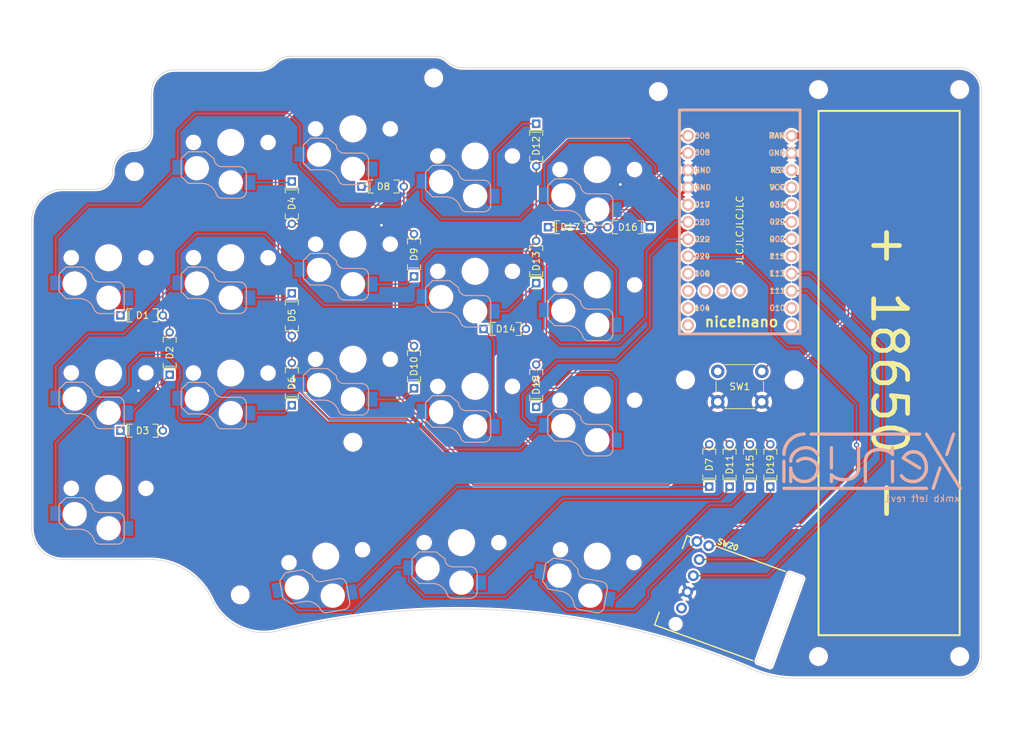
<source format=kicad_pcb>
(kicad_pcb (version 20211014) (generator pcbnew)

  (general
    (thickness 1.6)
  )

  (paper "A4")
  (layers
    (0 "F.Cu" signal)
    (31 "B.Cu" signal)
    (32 "B.Adhes" user "B.Adhesive")
    (33 "F.Adhes" user "F.Adhesive")
    (34 "B.Paste" user)
    (35 "F.Paste" user)
    (36 "B.SilkS" user "B.Silkscreen")
    (37 "F.SilkS" user "F.Silkscreen")
    (38 "B.Mask" user)
    (39 "F.Mask" user)
    (40 "Dwgs.User" user "User.Drawings")
    (41 "Cmts.User" user "User.Comments")
    (42 "Eco1.User" user "User.Eco1")
    (43 "Eco2.User" user "User.Eco2")
    (44 "Edge.Cuts" user)
    (45 "Margin" user)
    (46 "B.CrtYd" user "B.Courtyard")
    (47 "F.CrtYd" user "F.Courtyard")
    (48 "B.Fab" user)
    (49 "F.Fab" user)
    (50 "User.1" user)
    (51 "User.2" user)
    (52 "User.3" user)
    (53 "User.4" user)
    (54 "User.5" user)
    (55 "User.6" user)
    (56 "User.7" user)
    (57 "User.8" user)
    (58 "User.9" user)
  )

  (setup
    (stackup
      (layer "F.SilkS" (type "Top Silk Screen"))
      (layer "F.Paste" (type "Top Solder Paste"))
      (layer "F.Mask" (type "Top Solder Mask") (thickness 0.01))
      (layer "F.Cu" (type "copper") (thickness 0.035))
      (layer "dielectric 1" (type "core") (thickness 1.51) (material "FR4") (epsilon_r 4.5) (loss_tangent 0.02))
      (layer "B.Cu" (type "copper") (thickness 0.035))
      (layer "B.Mask" (type "Bottom Solder Mask") (thickness 0.01))
      (layer "B.Paste" (type "Bottom Solder Paste"))
      (layer "B.SilkS" (type "Bottom Silk Screen"))
      (copper_finish "None")
      (dielectric_constraints no)
    )
    (pad_to_mask_clearance 0)
    (pcbplotparams
      (layerselection 0x00010fc_ffffffff)
      (disableapertmacros false)
      (usegerberextensions false)
      (usegerberattributes true)
      (usegerberadvancedattributes true)
      (creategerberjobfile true)
      (svguseinch false)
      (svgprecision 6)
      (excludeedgelayer true)
      (plotframeref false)
      (viasonmask false)
      (mode 1)
      (useauxorigin false)
      (hpglpennumber 1)
      (hpglpenspeed 20)
      (hpglpendiameter 15.000000)
      (dxfpolygonmode true)
      (dxfimperialunits true)
      (dxfusepcbnewfont true)
      (psnegative false)
      (psa4output false)
      (plotreference true)
      (plotvalue true)
      (plotinvisibletext false)
      (sketchpadsonfab false)
      (subtractmaskfromsilk false)
      (outputformat 1)
      (mirror false)
      (drillshape 1)
      (scaleselection 1)
      (outputdirectory "")
    )
  )

  (net 0 "")
  (net 1 "Net-(BT1-Pad1)")
  (net 2 "GND")
  (net 3 "Net-(D1-Pad1)")
  (net 4 "C_PINKY")
  (net 5 "Net-(D2-Pad1)")
  (net 6 "Net-(D3-Pad1)")
  (net 7 "Net-(D4-Pad1)")
  (net 8 "C_RING")
  (net 9 "Net-(D5-Pad1)")
  (net 10 "Net-(D6-Pad1)")
  (net 11 "Net-(D7-Pad1)")
  (net 12 "Net-(D8-Pad1)")
  (net 13 "C_MIDDLE")
  (net 14 "Net-(D9-Pad1)")
  (net 15 "Net-(D10-Pad1)")
  (net 16 "Net-(D11-Pad1)")
  (net 17 "Net-(D12-Pad1)")
  (net 18 "C_INDEX")
  (net 19 "Net-(D13-Pad1)")
  (net 20 "Net-(D14-Pad1)")
  (net 21 "Net-(D15-Pad1)")
  (net 22 "Net-(D16-Pad1)")
  (net 23 "C_INNER")
  (net 24 "Net-(D17-Pad1)")
  (net 25 "Net-(D18-Pad1)")
  (net 26 "/RS2")
  (net 27 "/RST")
  (net 28 "R_TOP")
  (net 29 "R_HOME")
  (net 30 "/RA")
  (net 31 "/RB")
  (net 32 "unconnected-(U1-Pad33)")
  (net 33 "unconnected-(U1-Pad32)")
  (net 34 "unconnected-(U1-Pad31)")
  (net 35 "unconnected-(U1-Pad12)")
  (net 36 "VCC")
  (net 37 "unconnected-(U1-Pad14)")
  (net 38 "unconnected-(U1-Pad13)")
  (net 39 "unconnected-(U1-Pad11)")
  (net 40 "unconnected-(U1-Pad10)")
  (net 41 "R_BOTTOM")
  (net 42 "R_THUMB")
  (net 43 "unconnected-(U1-Pad9)")
  (net 44 "unconnected-(U1-Pad17)")

  (footprint "mbk:Choc-1u" (layer "F.Cu") (at 208 75))

  (footprint "MountingHole:MountingHole_2.2mm_M2" (layer "F.Cu") (at 183.9 61.5))

  (footprint "MountingHole:MountingHole_2.2mm_M2" (layer "F.Cu") (at 221 106))

  (footprint "mbk:Choc-1u" (layer "F.Cu") (at 188 130))

  (footprint "MountingHole:MountingHole_2.2mm_M2" (layer "F.Cu") (at 261.4 63.2))

  (footprint "MountingHole:MountingHole_2.2mm_M2" (layer "F.Cu") (at 155.4 137.7))

  (footprint "MountingHole:MountingHole_2.2mm_M2" (layer "F.Cu") (at 240.6 63.2))

  (footprint "mbk:Choc-1u" (layer "F.Cu") (at 172 69))

  (footprint "xenua:BatteryHolder_18650_SMD" (layer "F.Cu") (at 251 105 -90))

  (footprint "Button_Switch_THT:SW_PUSH_6mm" (layer "F.Cu") (at 225.75 104.75))

  (footprint "mbk:Choc-1u" (layer "F.Cu") (at 208 132 -10))

  (footprint "nice-nano:nice_nano" (layer "F.Cu") (at 229 83.98675 -90))

  (footprint "1N4148:DIOAD829W49L456D191" (layer "F.Cu") (at 181 104 90))

  (footprint "MountingHole:MountingHole_2.2mm_M2" (layer "F.Cu") (at 139.8 75.3))

  (footprint "xenua:EVQWGD001" (layer "F.Cu") (at 227 138 -20))

  (footprint "mbk:Choc-1u" (layer "F.Cu") (at 136 104.9695))

  (footprint "1N4148:DIOAD829W49L456D191" (layer "F.Cu") (at 233.5 118.5 90))

  (footprint "MountingHole:MountingHole_2.2mm_M2" (layer "F.Cu") (at 237 106))

  (footprint "1N4148:DIOAD829W49L456D191" (layer "F.Cu") (at 224.5 118.5 90))

  (footprint "1N4148:DIOAD829W49L456D191" (layer "F.Cu") (at 181 87.5 90))

  (footprint "1N4148:DIOAD829W49L456D191" (layer "F.Cu") (at 212.5 83.5 180))

  (footprint "mbk:Choc-1u" (layer "F.Cu") (at 190 90))

  (footprint "1N4148:DIOAD829W49L456D191" (layer "F.Cu") (at 176.5 77.5))

  (footprint "mbk:Choc-1u" (layer "F.Cu") (at 190 73))

  (footprint "1N4148:DIOAD829W49L456D191" (layer "F.Cu") (at 199 88.5 90))

  (footprint "1N4148:DIOAD829W49L456D191" (layer "F.Cu") (at 199 106.75 90))

  (footprint "MountingHole:MountingHole_2.2mm_M2" (layer "F.Cu") (at 217 63.5))

  (footprint "mbk:Choc-1u" (layer "F.Cu") (at 208 109))

  (footprint "1N4148:DIOAD829W49L456D191" (layer "F.Cu") (at 163 96.5 -90))

  (footprint "mbk:Choc-1u" (layer "F.Cu") (at 172 86))

  (footprint "MountingHole:MountingHole_2.2mm_M2" (layer "F.Cu") (at 240.6 146.8))

  (footprint "mbk:Choc-1u" (layer "F.Cu") (at 154 88))

  (footprint "mbk:Choc-1u" (layer "F.Cu") (at 154 105))

  (footprint "1N4148:DIOAD829W49L456D191" (layer "F.Cu") (at 199 71.5 -90))

  (footprint "1N4148:DIOAD829W49L456D191" (layer "F.Cu") (at 194.5 98.5))

  (footprint "MountingHole:MountingHole_2.2mm_M2" (layer "F.Cu") (at 172 115.2))

  (footprint "1N4148:DIOAD829W49L456D191" (layer "F.Cu") (at 141 113.5))

  (footprint "mbk:Choc-1u" (layer "F.Cu") (at 190 106.9695))

  (footprint "MountingHole:MountingHole_2.2mm_M2" (layer "F.Cu") (at 261.4 146.8))

  (footprint "mbk:Choc-1u" (layer "F.Cu") (at 172 102.9695))

  (footprint "1N4148:DIOAD829W49L456D191" (layer "F.Cu") (at 163 106.5 90))

  (footprint "1N4148:DIOAD829W49L456D191" (layer "F.Cu")
    (tedit 6235BD20) (tstamp d3443342-782f-4ad3-b1f2-175c6fa672dd)
    (at 163 80 -90)
    (property "Sheetfile" "left.kicad_sch")
    (property "Sheetname" "")
    (path "/76a7ccd6-7ddf-4a67-b992-18df31027a23")
    (attr through_hole)
    (fp_text reference "D4" (at 0 0 90) (layer "F.SilkS")
      (effects (font (size 1.000102 1.000102) (thickness 0.15)))
      (tstamp f3b73a2b-d39a-4673-b66c-1b2f8821b605)
    )
    (fp_text value "D_Small" (at 0 2 90) (layer "F.Fab")
      (effects (font (size 1.001921 1.001921) (thickness 0.15)))
      (tstamp 40b7a111-04f7-4edb-8078-1aaa51ac93a5)
    )
    (fp_line (start 1.52 -0.96) (end 2.28 -0.96) (layer "F.SilkS") (width 0.127) (tstamp 02eb61f2-0968-4fe1-ab20-f3ff93511623))
    (fp_line (start -2.28 -0.96) (end -1.52 -0.96) (layer "F.SilkS") (width 0.127) (tstamp 0510ea35-38a4-4bf4-812e-8ff79283151c))
    (fp_line (start -2 -0.75) (end -2 0.75) (layer "F.SilkS") (width 0.12) (tstamp 054cd47d-0539-4925-abeb-2f09e5bb30d2))
    (fp_line (start -2.28 -0.96) (end -2.28 0) (layer "F.SilkS") (width 0.127) (tstamp 2eed695b-a146-4638-8396-6953b78005b9))
    (fp_line (start -2.28 0) (end -2.28 0.95) (layer "F.SilkS") (width 0.127) (tstamp 534070e7-eddb-4d6a-9018-e05cd2855aa5))
    (fp_line (start -2.28 0.96) (end -1.52 0.96) (layer "F.SilkS") (width 0.127) (tstamp 7be0b7e7-da47-473a-8636-a6bf10b96ffd))
    (fp_line (start 2.28 -0.95) (end 2.28 0) (layer "F.SilkS") (width 0.127) (tstamp 98f53ab5-d088-4312-9100-6c7b4ad5831b))
    (fp_line (start 1.52 0.96) (end 2.28 0.96) (layer "F.SilkS") (width 0.127) (tstamp b0fc7176-1aa2-4cfd-a5ef-ddd7b1888bac))
    (fp_line (start 2.28 0) (end 2.28 0.96) (layer "F.SilkS") (width 0.127) (tstamp c615c6fb-1a93-4fa7-be83-1b138ae54ff0))
    (fp_line (start -2.53 1) (end -2.53 0.815) (layer "F.CrtYd") (width 0.05) (tstamp 2a21615e-ba6e-43ef-9e2c-5dd4d3d13df9))
    (fp_line (start 3.75 -0.815) (end 2.53 -0.815) (layer "F.CrtYd") (width 0.05) (tstamp 2f22e18e-7785-42c4-ac7b-063abb3289e0))
    (fp_line (start -4 -0.815) (end -4 0.815) (layer "F.CrtYd") (width 0.05) (tstamp 4cb6b90c-b21e-49bd-a518-fbdb3422d587))
    (fp_line (start 3.75 -0.815) (end 3.75 0.815) (layer "F.CrtYd") (width 0.05) (tstamp 537524b8-89a0-40cb-a675-5785410f969c))
    (fp_line (start 2.53 1) (end 2.53 0.815) (layer "F.CrtYd") (width 0.05) (tstamp 678a1157-dd62-461f-b774-b5e12cf256a1))
    (fp_line (start -2.53 0.815) (end -4 0.815) (layer "F.CrtYd") (width 0.05) (tstamp 992aadf3-c5af-4561-a2c5-b952b67ffbeb))
    (fp_line (start 2.53 1) (end -2.53 1) (layer "F.CrtYd") (width 0.05) (tstamp a0542a7c-df2c-4f38-9d99-4236a4bdf4e8))
    (fp_line (start 3.75 0.815) (end 2.53 0.815) (layer "F.CrtYd") (width 0.05) (tstamp a3e17e76-e183-4079-9f1c-924708b71ab4))
    (fp_line (start -2.53 -1) (end -2.53 -0.815) (layer "F.CrtYd") (width 0.05) (tstamp a7469818-5141-40d8-997c-0ae529ca0bf3))
    (fp_line (start 2.53 -1) (end 2.53 -0.815) (layer "F.CrtYd") (width 0.05) (tstamp be6badda-b106-4d54-b601-41d9f23872c6))
    (fp_line (start -2.53 -0.815) (end -4 -0.815) (layer "F.CrtYd") (width 0.05) (tstamp e764d2f2-c839-4349-b133-00625035551b))
    (fp_line (start -2.53 -1) (end 2.53 -1) (layer "F.CrtYd") (width 0.05) (tstamp e8051c16-e942-4e81-93f3-9f2b64f2103e))
    (fp_line (start -2 -0.75) (end -2 0.75) (layer "F.Fab") (width 0.1) (tstamp 23e5627f-969d-476c-8ffa-78a566b0de5c))
    (fp_line (start -2.28 -0.96) (end -2.28 0) (layer "F.Fab") (width 0.127) (tstamp 27fd336f-6859-4876-aabb-42dc905a4a7f))
    (fp_line (start 2.28 -0.96) (end 2.28 0) (layer "F.Fab") (width 0.127) (tstamp 34529b1a-82b3-4889-96bb-b2f739b07fc1))
    (fp_line (start 2.28 0) (end 3.581 0) (layer "F.Fab") (width 0.127) (tstamp 682e41c9-f94a-4f37-a3e4-92ea40c214fa))
    (fp_line (start -3.581 0) (end -2.28 0) (layer "F.Fab") (width 0.127) (tstamp 792e5485-2b93-4d96-b68c-9cca0a70a857))
    (fp_line (start -2.28 0) (end -2.28 0.96) (layer "F.Fab") (width 0.127) (tstamp 8adf94f3-61cf-4c36-aeaa-0745c913a4d9))
    (fp_line (start -2.28 0.96) (end 2.28 0.96) (layer "F.Fab") (width 0.127) (tstamp 9d3377f8-1638-4add-a36e-84df4591b5fc))
  
... [1589019 chars truncated]
</source>
